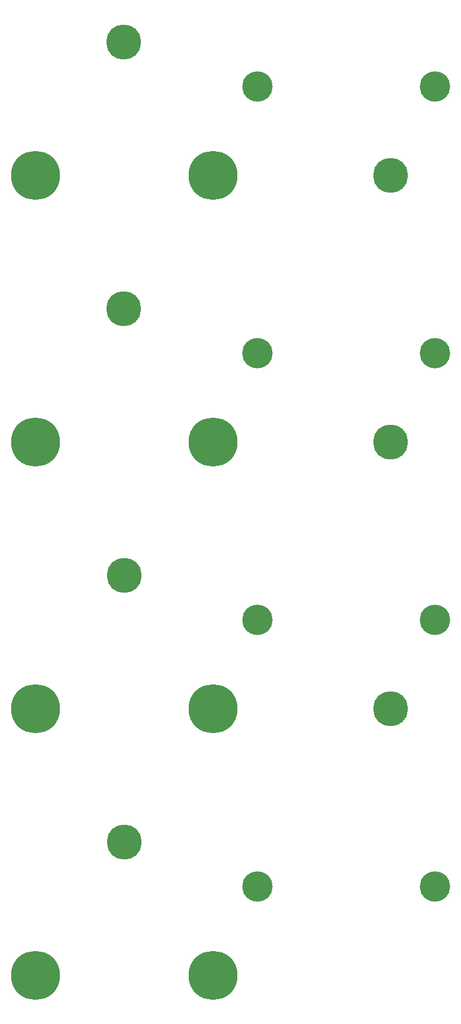
<source format=gbr>
%TF.GenerationSoftware,KiCad,Pcbnew,8.0.6*%
%TF.CreationDate,2025-04-05T09:24:32-04:00*%
%TF.ProjectId,BlindsPanel,426c696e-6473-4506-916e-656c2e6b6963,rev?*%
%TF.SameCoordinates,Original*%
%TF.FileFunction,Soldermask,Bot*%
%TF.FilePolarity,Negative*%
%FSLAX46Y46*%
G04 Gerber Fmt 4.6, Leading zero omitted, Abs format (unit mm)*
G04 Created by KiCad (PCBNEW 8.0.6) date 2025-04-05 09:24:32*
%MOMM*%
%LPD*%
G01*
G04 APERTURE LIST*
%ADD10C,7.000000*%
%ADD11C,4.340000*%
%ADD12C,5.000000*%
G04 APERTURE END LIST*
D10*
%TO.C,REF\u002A\u002A*%
X127000000Y-133350000D03*
%TD*%
%TO.C,REF\u002A\u002A*%
X101600000Y-171450000D03*
%TD*%
D11*
%TO.C,REF\u002A\u002A*%
X158750000Y-120650000D03*
%TD*%
D10*
%TO.C,REF\u002A\u002A*%
X101600000Y-57150000D03*
%TD*%
D12*
%TO.C,REF\u002A\u002A*%
X114300000Y-114300000D03*
%TD*%
D11*
%TO.C,REF\u002A\u002A*%
X133350000Y-44450000D03*
%TD*%
%TO.C,REF\u002A\u002A*%
X133350000Y-120650000D03*
%TD*%
D12*
%TO.C,REF\u002A\u002A*%
X114250000Y-38100000D03*
%TD*%
%TO.C,REF\u002A\u002A*%
X152400000Y-95250000D03*
%TD*%
D10*
%TO.C,REF\u002A\u002A*%
X127000000Y-95250000D03*
%TD*%
%TO.C,REF\u002A\u002A*%
X127000000Y-57150000D03*
%TD*%
%TO.C,REF\u002A\u002A*%
X101600000Y-95250000D03*
%TD*%
D11*
%TO.C,REF\u002A\u002A*%
X158750000Y-158750000D03*
%TD*%
D10*
%TO.C,REF\u002A\u002A*%
X101600000Y-133350000D03*
%TD*%
D12*
%TO.C,REF\u002A\u002A*%
X114250000Y-76200000D03*
%TD*%
D11*
%TO.C,REF\u002A\u002A*%
X158750000Y-44450000D03*
%TD*%
D12*
%TO.C,REF\u002A\u002A*%
X152400000Y-133350000D03*
%TD*%
D11*
%TO.C,REF\u002A\u002A*%
X133350000Y-158750000D03*
%TD*%
D12*
%TO.C,REF\u002A\u002A*%
X114300000Y-152400000D03*
%TD*%
%TO.C,REF\u002A\u002A*%
X152400000Y-57150000D03*
%TD*%
D11*
%TO.C,REF\u002A\u002A*%
X158750000Y-82550000D03*
%TD*%
D10*
%TO.C,REF\u002A\u002A*%
X127000000Y-171450000D03*
%TD*%
D11*
%TO.C,REF\u002A\u002A*%
X133350000Y-82550000D03*
%TD*%
M02*

</source>
